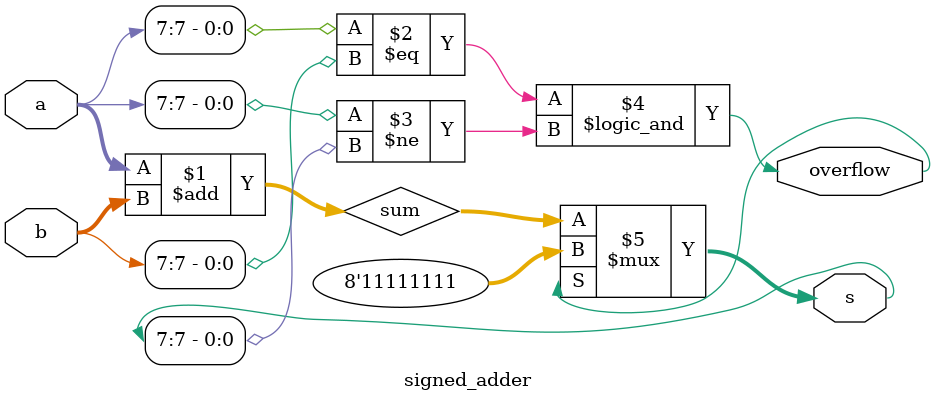
<source format=v>

module signed_adder(input [7:0] a,
    input [7:0] b,
    output [7:0] s,
    output overflow
); 

// The numbers a and b are added to the output s. 
// assign the occurence of the signed overflow of a and b to the output overflow.
// a signed overflow occurs if the most significant bits of a and b are low and the most significant bit of s is high
// a signed overflow may also occur if the most significant bits of a and b are high and the most significant bit of s is low


wire signed [7:0] sum;
wire overflow;

assign sum = a + b;
assign overflow = (a[7] == b[7] && a[7] != s[7]);

assign s = overflow ? 8'b11111111 : sum;

endmodule

</source>
